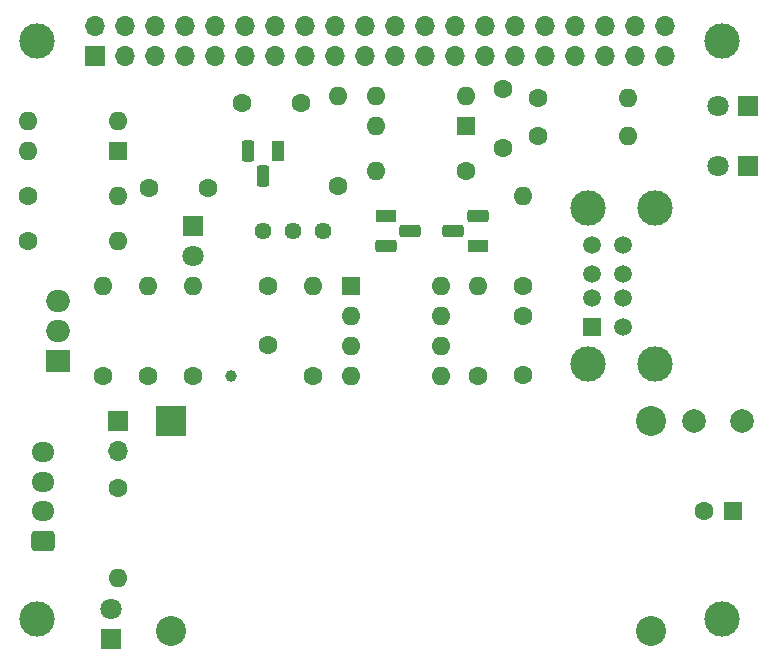
<source format=gbs>
%TF.GenerationSoftware,KiCad,Pcbnew,(5.99.0-12255-gad1ee958b0)*%
%TF.CreationDate,2021-11-28T16:30:05+01:00*%
%TF.ProjectId,RPi_car_HAT,5250695f-6361-4725-9f48-41542e6b6963,rev?*%
%TF.SameCoordinates,Original*%
%TF.FileFunction,Soldermask,Bot*%
%TF.FilePolarity,Negative*%
%FSLAX46Y46*%
G04 Gerber Fmt 4.6, Leading zero omitted, Abs format (unit mm)*
G04 Created by KiCad (PCBNEW (5.99.0-12255-gad1ee958b0)) date 2021-11-28 16:30:05*
%MOMM*%
%LPD*%
G01*
G04 APERTURE LIST*
G04 Aperture macros list*
%AMRoundRect*
0 Rectangle with rounded corners*
0 $1 Rounding radius*
0 $2 $3 $4 $5 $6 $7 $8 $9 X,Y pos of 4 corners*
0 Add a 4 corners polygon primitive as box body*
4,1,4,$2,$3,$4,$5,$6,$7,$8,$9,$2,$3,0*
0 Add four circle primitives for the rounded corners*
1,1,$1+$1,$2,$3*
1,1,$1+$1,$4,$5*
1,1,$1+$1,$6,$7*
1,1,$1+$1,$8,$9*
0 Add four rect primitives between the rounded corners*
20,1,$1+$1,$2,$3,$4,$5,0*
20,1,$1+$1,$4,$5,$6,$7,0*
20,1,$1+$1,$6,$7,$8,$9,0*
20,1,$1+$1,$8,$9,$2,$3,0*%
G04 Aperture macros list end*
%ADD10C,3.000000*%
%ADD11C,1.000000*%
%ADD12C,1.600000*%
%ADD13O,1.600000X1.600000*%
%ADD14C,1.440000*%
%ADD15R,1.600000X1.600000*%
%ADD16R,1.500000X1.500000*%
%ADD17C,1.500000*%
%ADD18R,1.800000X1.100000*%
%ADD19RoundRect,0.275000X0.625000X-0.275000X0.625000X0.275000X-0.625000X0.275000X-0.625000X-0.275000X0*%
%ADD20R,1.800000X1.800000*%
%ADD21C,1.800000*%
%ADD22RoundRect,0.275000X-0.625000X0.275000X-0.625000X-0.275000X0.625000X-0.275000X0.625000X0.275000X0*%
%ADD23RoundRect,0.250000X0.725000X-0.600000X0.725000X0.600000X-0.725000X0.600000X-0.725000X-0.600000X0*%
%ADD24O,1.950000X1.700000*%
%ADD25R,1.100000X1.800000*%
%ADD26RoundRect,0.275000X0.275000X0.625000X-0.275000X0.625000X-0.275000X-0.625000X0.275000X-0.625000X0*%
%ADD27R,2.540000X2.540000*%
%ADD28C,2.540000*%
%ADD29R,2.000000X1.905000*%
%ADD30O,2.000000X1.905000*%
%ADD31C,2.000000*%
%ADD32R,1.700000X1.700000*%
%ADD33O,1.700000X1.700000*%
G04 APERTURE END LIST*
D10*
X82040000Y-64310000D03*
X140040000Y-64330000D03*
X82040000Y-113320000D03*
X140030000Y-113310000D03*
D11*
X98425000Y-92710000D03*
D12*
X105410000Y-92710000D03*
D13*
X105410000Y-85090000D03*
D14*
X101184755Y-80425244D03*
X103724755Y-80425244D03*
X106264755Y-80425244D03*
D15*
X88890000Y-73665000D03*
D13*
X88890000Y-71125000D03*
X81270000Y-71125000D03*
X81270000Y-73665000D03*
D16*
X129010000Y-88590000D03*
D17*
X129010000Y-86090000D03*
X129010000Y-84090000D03*
X129010000Y-81590000D03*
X131630000Y-88590000D03*
X131630000Y-86090000D03*
X131630000Y-84090000D03*
X131630000Y-81590000D03*
D10*
X128660000Y-78520000D03*
X134340000Y-78520000D03*
X128660000Y-91660000D03*
X134340000Y-91660000D03*
D12*
X124460000Y-69215000D03*
D13*
X132080000Y-69215000D03*
D12*
X107534755Y-76615244D03*
D13*
X107534755Y-68995244D03*
D12*
X87630000Y-92710000D03*
D13*
X87630000Y-85090000D03*
D18*
X119364755Y-81695244D03*
D19*
X117294755Y-80425244D03*
X119364755Y-79155244D03*
D12*
X91480000Y-76835000D03*
X96480000Y-76835000D03*
D15*
X108595000Y-85100000D03*
D13*
X108595000Y-87640000D03*
X108595000Y-90180000D03*
X108595000Y-92720000D03*
X116215000Y-92720000D03*
X116215000Y-90180000D03*
X116215000Y-87640000D03*
X116215000Y-85100000D03*
D20*
X88265000Y-114940000D03*
D21*
X88265000Y-112400000D03*
D20*
X142240000Y-74930000D03*
D21*
X139700000Y-74930000D03*
D18*
X111579755Y-79155244D03*
D22*
X113649755Y-80425244D03*
X111579755Y-81695244D03*
D12*
X88900000Y-102235000D03*
D13*
X88900000Y-109855000D03*
D20*
X142240000Y-69850000D03*
D21*
X139700000Y-69850000D03*
D12*
X124460000Y-72390000D03*
D13*
X132080000Y-72390000D03*
D12*
X95250000Y-92710000D03*
D13*
X95250000Y-85090000D03*
D12*
X119380000Y-92710000D03*
D13*
X119380000Y-85090000D03*
D23*
X82550000Y-106680000D03*
D24*
X82550000Y-104180000D03*
X82550000Y-101680000D03*
X82550000Y-99180000D03*
D15*
X118319755Y-71540244D03*
D13*
X118319755Y-69000244D03*
X110699755Y-69000244D03*
X110699755Y-71540244D03*
D25*
X102454755Y-73675244D03*
D26*
X101184755Y-75745244D03*
X99914755Y-73675244D03*
D12*
X81280000Y-77470000D03*
D13*
X88900000Y-77470000D03*
D15*
X140970000Y-104140000D03*
D12*
X138470000Y-104140000D03*
D27*
X93345000Y-96520000D03*
D28*
X93345000Y-114300000D03*
X133985000Y-114300000D03*
X133985000Y-96520000D03*
D29*
X83820000Y-91440000D03*
D30*
X83820000Y-88900000D03*
X83820000Y-86360000D03*
D12*
X123190000Y-87670000D03*
X123190000Y-92670000D03*
D20*
X95250000Y-80005000D03*
D21*
X95250000Y-82545000D03*
D12*
X118329755Y-75345244D03*
D13*
X110709755Y-75345244D03*
D12*
X101600000Y-90130000D03*
X101600000Y-85130000D03*
D31*
X137700000Y-96520000D03*
X141700000Y-96520000D03*
D32*
X88900000Y-96520000D03*
D33*
X88900000Y-99060000D03*
D12*
X91440000Y-92710000D03*
D13*
X91440000Y-85090000D03*
D12*
X123190000Y-85090000D03*
D13*
X123190000Y-77470000D03*
D12*
X104359755Y-69630244D03*
X99359755Y-69630244D03*
X81280000Y-81280000D03*
D13*
X88900000Y-81280000D03*
D12*
X121504755Y-73440244D03*
X121504755Y-68440244D03*
D32*
X86920000Y-65590000D03*
D33*
X86920000Y-63050000D03*
X89460000Y-65590000D03*
X89460000Y-63050000D03*
X92000000Y-65590000D03*
X92000000Y-63050000D03*
X94540000Y-65590000D03*
X94540000Y-63050000D03*
X97080000Y-65590000D03*
X97080000Y-63050000D03*
X99620000Y-65590000D03*
X99620000Y-63050000D03*
X102160000Y-65590000D03*
X102160000Y-63050000D03*
X104700000Y-65590000D03*
X104700000Y-63050000D03*
X107240000Y-65590000D03*
X107240000Y-63050000D03*
X109780000Y-65590000D03*
X109780000Y-63050000D03*
X112320000Y-65590000D03*
X112320000Y-63050000D03*
X114860000Y-65590000D03*
X114860000Y-63050000D03*
X117400000Y-65590000D03*
X117400000Y-63050000D03*
X119940000Y-65590000D03*
X119940000Y-63050000D03*
X122480000Y-65590000D03*
X122480000Y-63050000D03*
X125020000Y-65590000D03*
X125020000Y-63050000D03*
X127560000Y-65590000D03*
X127560000Y-63050000D03*
X130100000Y-65590000D03*
X130100000Y-63050000D03*
X132640000Y-65590000D03*
X132640000Y-63050000D03*
X135180000Y-65590000D03*
X135180000Y-63050000D03*
M02*

</source>
